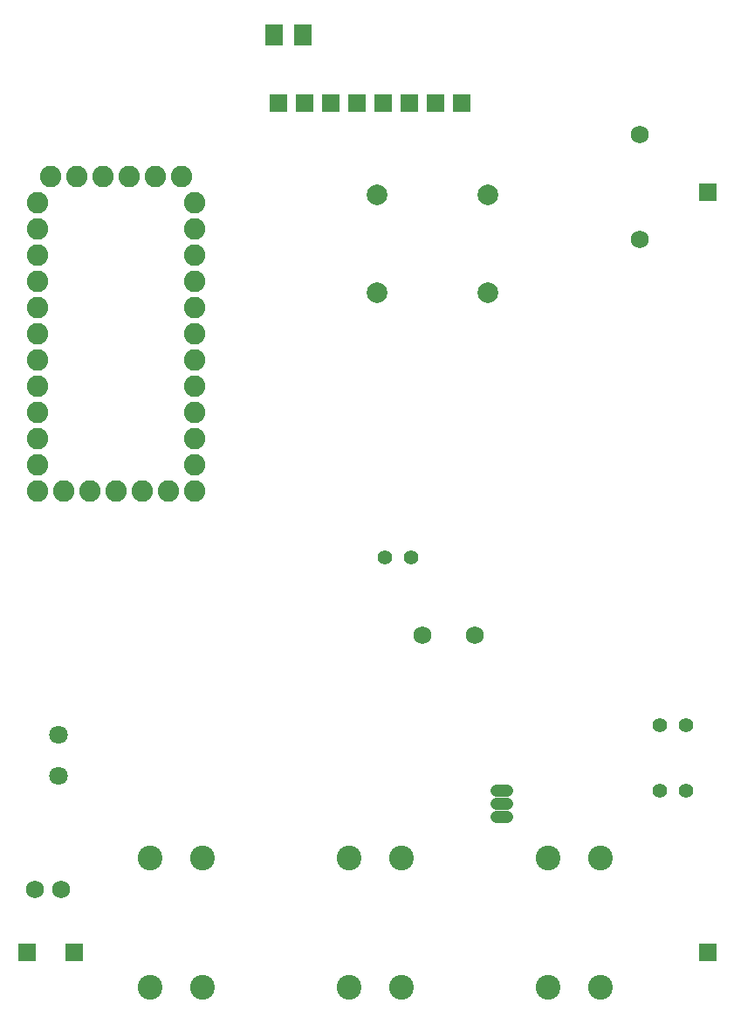
<source format=gbs>
G04 ---------------------------- Layer name :BOTTOM SOLDER LAYER*
G04 EasyEDA v5.8.20, Wed, 21 Nov 2018 13:10:04 GMT*
G04 3d86466828e248bea5d0288c5f419d97*
G04 Gerber Generator version 0.2*
G04 Scale: 100 percent, Rotated: No, Reflected: No *
G04 Dimensions in inches *
G04 leading zeros omitted , absolute positions ,2 integer and 4 decimal *
%FSLAX24Y24*%
%MOIN*%
G90*
G70D02*

%ADD34C,0.047370*%
%ADD35C,0.094614*%
%ADD36R,0.070000X0.070000*%
%ADD37C,0.070992*%
%ADD40R,0.071000X0.078900*%
%ADD41C,0.055000*%
%ADD42C,0.078900*%
%ADD43C,0.068000*%
%ADD45C,0.082000*%

%LPD*%
G54D34*
G01X19547Y8550D02*
G01X19152Y8550D01*
G01X19547Y8050D02*
G01X19152Y8050D01*
G01X19547Y7550D02*
G01X19152Y7550D01*
G54D35*
G01X21100Y5980D03*
G01X21100Y1057D03*
G01X23100Y5980D03*
G01X23100Y1057D03*
G01X13500Y5980D03*
G01X13500Y1057D03*
G01X15500Y5980D03*
G01X15500Y1057D03*
G01X5900Y5980D03*
G01X5900Y1057D03*
G01X7900Y5980D03*
G01X7900Y1057D03*
G54D36*
G01X17800Y34800D03*
G01X16800Y34800D03*
G01X15800Y34800D03*
G01X14800Y34800D03*
G01X13800Y34800D03*
G01X11800Y34800D03*
G01X12800Y34800D03*
G01X10800Y34800D03*
G54D40*
G01X10650Y37400D03*
G01X11750Y37400D03*
G54D37*
G01X2400Y9113D03*
G01X2400Y10686D03*
G54D41*
G01X25389Y11069D03*
G01X26389Y11069D03*
G54D42*
G01X18800Y31300D03*
G01X14580Y31300D03*
G01X14580Y27559D03*
G01X18800Y27559D03*
G54D41*
G01X25389Y8569D03*
G01X26389Y8569D03*
G54D36*
G01X27200Y31400D03*
G01X27200Y2400D03*
G54D43*
G01X18300Y14500D03*
G01X16300Y14500D03*
G01X24600Y33600D03*
G01X24600Y29600D03*
G54D36*
G01X1200Y2400D03*
G01X3000Y2400D03*
G54D41*
G01X14889Y17469D03*
G01X15889Y17469D03*
G54D45*
G01X1600Y31000D03*
G01X1600Y30000D03*
G01X1600Y29000D03*
G01X1600Y28000D03*
G01X1600Y27000D03*
G01X1600Y26000D03*
G01X1600Y25000D03*
G01X1600Y24000D03*
G01X1600Y23000D03*
G01X1600Y22000D03*
G01X1600Y21000D03*
G01X1600Y20000D03*
G01X7600Y20000D03*
G01X7600Y21000D03*
G01X7600Y22000D03*
G01X7600Y23000D03*
G01X7600Y24000D03*
G01X7600Y25000D03*
G01X7600Y26000D03*
G01X7600Y27000D03*
G01X7600Y28000D03*
G01X7600Y29000D03*
G01X7600Y30000D03*
G01X7600Y31000D03*
G01X5600Y20000D03*
G01X6600Y20000D03*
G01X4600Y20000D03*
G01X3600Y20000D03*
G01X2100Y32000D03*
G01X3100Y32000D03*
G01X4100Y32000D03*
G01X5100Y32000D03*
G01X6100Y32000D03*
G01X7100Y32000D03*
G01X2600Y20000D03*
G54D43*
G01X1500Y4800D03*
G01X2500Y4800D03*
M00*
M02*

</source>
